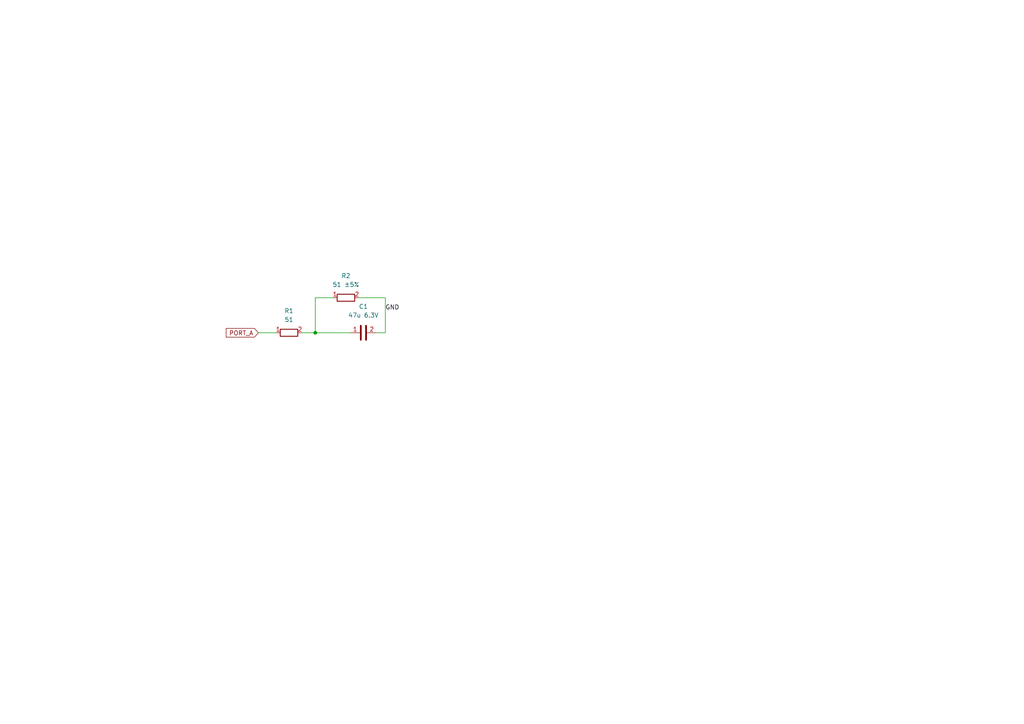
<source format=kicad_sch>
(kicad_sch (version 20211123) (generator eeschema)
  (paper "A4")
  (title_block (title "Simple Circuit") (date "2022-08-02") (rev "v01"))
  (lib_symbols
    (symbol "Device:C" (pin_names (offset 0.254))
      (property "Reference" "C" (at 0.635 2.54 0))
      (property "Value" "C" (at 0.635 -2.54 0))
      (symbol "C_0_1"
        (polyline (pts (xy -2.032 -0.762) (xy 2.032 -0.762)) (stroke (width 0.508)))
        (polyline (pts (xy -2.032 0.762) (xy 2.032 0.762)) (stroke (width 0.508)))
      )
      (symbol "C_1_1"
        (pin passive line (at 0 3.81 270) (length 2.794) (name "~") (number "1"))
        (pin passive line (at 0 -3.81 90) (length 2.794) (name "~") (number "2"))
      )
    )
    (symbol "Device:R" (pin_names (offset 0))
      (property "Reference" "R" (at 2.032 0 90))
      (property "Value" "R" (at 0 0 90))
      (symbol "R_0_1"
        (rectangle (start -1.016 -2.54) (end 1.016 2.54) (stroke (width 0.254)))
      )
      (symbol "R_1_1"
        (pin passive line (at 0 3.81 270) (length 1.27) (name "~") (number "1"))
        (pin passive line (at 0 -3.81 90) (length 1.27) (name "~") (number "2"))
      )
    )
  )
  (junction (at 91.44 96.52))
  (wire (pts (xy 91.44 86.36) (xy 91.44 96.52)))
  (wire (pts (xy 111.76 86.36) (xy 111.76 96.52)))
  (wire (pts (xy 104.14 86.36) (xy 111.76 86.36)))
  (wire (pts (xy 74.93 96.52) (xy 80.01 96.52)))
  (wire (pts (xy 91.44 86.36) (xy 96.52 86.36)))
  (wire (pts (xy 87.63 96.52) (xy 91.44 96.52)))
  (wire (pts (xy 109.22 96.52) (xy 111.76 96.52)))
  (wire (pts (xy 91.44 96.52) (xy 101.6 96.52)))
  (label "GND" (at 111.76 90.17 0))
  (global_label "PORT_A" (shape input) (at 74.93 96.52 180) (property "Intersheet References" "${INTERSHEET_REFS}" (effects hide)))
  (symbol (lib_id "Device:R") (at 83.82 96.52 90) (unit 1)
    (property "Reference" "R1" (at 83.82 90.17 90))
    (property "Value" "51" (at 83.82 92.71 90))
  )
  (symbol (lib_id "Device:R") (at 100.33 86.36 90) (unit 1)
    (property "Reference" "R2" (at 100.33 80.01 90))
    (property "Value" "51 ±5%" (at 100.33 82.55 90))
  )
  (symbol (lib_id "Device:C") (at 105.41 96.52 90) (unit 1)
    (property "Reference" "C1" (at 105.41 88.9 90))
    (property "Value" "47u 6.3V" (at 105.41 91.44 90))
  )
)
</source>
